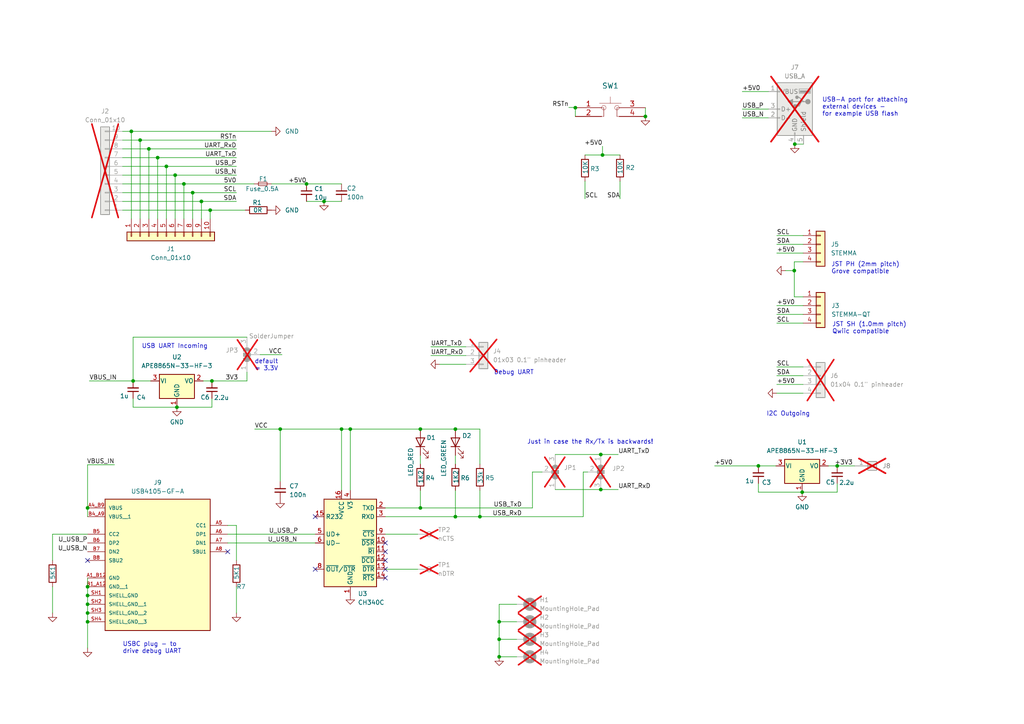
<source format=kicad_sch>
(kicad_sch (version 20231120) (generator "eeschema") (generator_version "8.0")
  (paper "A4")
  (lib_symbols
    (symbol "CM4IO:pushButton-PTS647SM38SMTR2LFS" (pin_names (offset 0.02) hide)
      (property "Reference" "S" (at 0 5.715 0))
      (property "Value" "pushButton-PTS647SM38SMTR2LFS" (at 0.635 -5.715 0))
      (symbol "pushButton-PTS647SM38SMTR2LFS_0_1"
        (circle (center -1.905 0) (radius 0.635) (stroke (width 0.0005)))
        (polyline (pts (xy -3.175 1.27) (xy 3.175 1.27)) (stroke (width 0.0005)))
        (polyline (pts (xy -1.905 -2.54) (xy -2.54 -2.54)) (stroke (width 0.0005)))
        (polyline (pts (xy -1.905 0) (xy -2.54 0)) (stroke (width 0.0005)))
        (polyline (pts (xy 1.905 -2.54) (xy 2.54 -2.54)) (stroke (width 0.0005)))
        (polyline (pts (xy 1.905 0) (xy 2.54 0)) (stroke (width 0.0005)))
        (polyline (pts (xy 0 1.27) (xy 0 3.175) (xy 0 3.175)) (stroke (width 0.0005)))
        (circle (center 1.905 0) (radius 0.635) (stroke (width 0.0005)))
      )
      (symbol "pushButton-PTS647SM38SMTR2LFS_1_1"
        (polyline (pts (xy -1.905 0) (xy -1.905 -2.54)) (stroke (width 0.127)))
        (polyline (pts (xy 1.905 -2.54) (xy 1.905 0)) (stroke (width 0.127)))
        (pin passive line (at -10.16 0 0) (length 7.62) (name "1") (number "1"))
        (pin passive line (at -10.16 -2.54 0) (length 7.62) (name "2") (number "2"))
        (pin passive line (at 10.16 0 180) (length 7.62) (name "3") (number "3"))
        (pin passive line (at 10.16 -2.54 180) (length 7.62) (name "4") (number "4"))
      )
    )
    (symbol "Connector:TestPoint" (pin_numbers hide) (pin_names (offset 0.762) hide)
      (property "Reference" "TP" (at 0 6.858 0))
      (property "Value" "TestPoint" (at 0 5.08 0))
      (symbol "TestPoint_0_1"
        (circle (center 0 3.302) (radius 0.762))
      )
      (symbol "TestPoint_1_1"
        (pin passive line (at 0 0 90) (length 2.54) (name "1") (number "1"))
      )
    )
    (symbol "Connector:USB_A" (pin_names (offset 1.016))
      (property "Reference" "J" (at -5.08 11.43 0))
      (property "Value" "USB_A" (at -5.08 8.89 0))
      (symbol "USB_A_0_1"
        (rectangle (start -5.08 -7.62) (end 5.08 7.62) (stroke (width 0.254)) (fill (type background)))
        (circle (center -3.81 2.159) (radius 0.635) (stroke (width 0.254)) (fill (type outline)))
        (rectangle (start -1.524 4.826) (end -4.318 5.334) (fill (type outline)))
        (rectangle (start -1.27 4.572) (end -4.572 5.842))
        (circle (center -0.635 3.429) (radius 0.381) (stroke (width 0.254)) (fill (type outline)))
        (rectangle (start -0.127 -7.62) (end 0.127 -6.858))
        (polyline (pts (xy -3.175 2.159) (xy -2.54 2.159) (xy -1.27 3.429) (xy -0.635 3.429)) (stroke (width 0.254)))
        (polyline (pts (xy -2.54 2.159) (xy -1.905 2.159) (xy -1.27 0.889) (xy 0 0.889)) (stroke (width 0.254)))
        (polyline (pts (xy 0.635 2.794) (xy 0.635 1.524) (xy 1.905 2.159) (xy 0.635 2.794)) (stroke (width 0.254)) (fill (type outline)))
        (rectangle (start 0.254 1.27) (end -0.508 0.508) (stroke (width 0.254)) (fill (type outline)))
        (rectangle (start 5.08 -2.667) (end 4.318 -2.413))
        (rectangle (start 5.08 -0.127) (end 4.318 0.127))
        (rectangle (start 5.08 4.953) (end 4.318 5.207))
      )
      (symbol "USB_A_1_1"
        (polyline (pts (xy -1.905 2.159) (xy 0.635 2.159)) (stroke (width 0.254)))
        (pin power_in line (at 7.62 5.08 180) (length 2.54) (name "VBUS") (number "1"))
        (pin bidirectional line (at 7.62 -2.54 180) (length 2.54) (name "D-") (number "2"))
        (pin bidirectional line (at 7.62 0 180) (length 2.54) (name "D+") (number "3"))
        (pin power_in line (at 0 -10.16 90) (length 2.54) (name "GND") (number "4"))
        (pin passive line (at -2.54 -10.16 90) (length 2.54) (name "Shield") (number "5"))
      )
    )
    (symbol "Connector_Generic:Conn_01x01" (pin_names (offset 1.016) hide)
      (property "Reference" "J" (at 0 2.54 0))
      (property "Value" "Conn_01x01" (at 0 -2.54 0))
      (symbol "Conn_01x01_1_1"
        (rectangle (start -1.27 0.127) (end 0 -0.127) (stroke (width 0.1524)))
        (rectangle (start -1.27 1.27) (end 1.27 -1.27) (stroke (width 0.254)) (fill (type background)))
        (pin passive line (at -5.08 0 0) (length 3.81) (name "Pin_1") (number "1"))
      )
    )
    (symbol "Connector_Generic:Conn_01x03" (pin_names (offset 1.016) hide)
      (property "Reference" "J" (at 0 5.08 0))
      (property "Value" "Conn_01x03" (at 0 -5.08 0))
      (symbol "Conn_01x03_1_1"
        (rectangle (start -1.27 -2.413) (end 0 -2.667) (stroke (width 0.1524)))
        (rectangle (start -1.27 0.127) (end 0 -0.127) (stroke (width 0.1524)))
        (rectangle (start -1.27 2.667) (end 0 2.413) (stroke (width 0.1524)))
        (rectangle (start -1.27 3.81) (end 1.27 -3.81) (stroke (width 0.254)) (fill (type background)))
        (pin passive line (at -5.08 2.54 0) (length 3.81) (name "Pin_1") (number "1"))
        (pin passive line (at -5.08 0 0) (length 3.81) (name "Pin_2") (number "2"))
        (pin passive line (at -5.08 -2.54 0) (length 3.81) (name "Pin_3") (number "3"))
      )
    )
    (symbol "Connector_Generic:Conn_01x04" (pin_names (offset 1.016) hide)
      (property "Reference" "J" (at 0 5.08 0))
      (property "Value" "Conn_01x04" (at 0 -7.62 0))
      (symbol "Conn_01x04_1_1"
        (rectangle (start -1.27 -4.953) (end 0 -5.207) (stroke (width 0.1524)))
        (rectangle (start -1.27 -2.413) (end 0 -2.667) (stroke (width 0.1524)))
        (rectangle (start -1.27 0.127) (end 0 -0.127) (stroke (width 0.1524)))
        (rectangle (start -1.27 2.667) (end 0 2.413) (stroke (width 0.1524)))
        (rectangle (start -1.27 3.81) (end 1.27 -6.35) (stroke (width 0.254)) (fill (type background)))
        (pin passive line (at -5.08 2.54 0) (length 3.81) (name "Pin_1") (number "1"))
        (pin passive line (at -5.08 0 0) (length 3.81) (name "Pin_2") (number "2"))
        (pin passive line (at -5.08 -2.54 0) (length 3.81) (name "Pin_3") (number "3"))
        (pin passive line (at -5.08 -5.08 0) (length 3.81) (name "Pin_4") (number "4"))
      )
    )
    (symbol "Connector_Generic:Conn_01x10" (pin_names (offset 1.016) hide)
      (property "Reference" "J" (at 0 12.7 0))
      (property "Value" "Conn_01x10" (at 0 -15.24 0))
      (symbol "Conn_01x10_1_1"
        (rectangle (start -1.27 -12.573) (end 0 -12.827) (stroke (width 0.1524)))
        (rectangle (start -1.27 -10.033) (end 0 -10.287) (stroke (width 0.1524)))
        (rectangle (start -1.27 -7.493) (end 0 -7.747) (stroke (width 0.1524)))
        (rectangle (start -1.27 -4.953) (end 0 -5.207) (stroke (width 0.1524)))
        (rectangle (start -1.27 -2.413) (end 0 -2.667) (stroke (width 0.1524)))
        (rectangle (start -1.27 0.127) (end 0 -0.127) (stroke (width 0.1524)))
        (rectangle (start -1.27 2.667) (end 0 2.413) (stroke (width 0.1524)))
        (rectangle (start -1.27 5.207) (end 0 4.953) (stroke (width 0.1524)))
        (rectangle (start -1.27 7.747) (end 0 7.493) (stroke (width 0.1524)))
        (rectangle (start -1.27 10.287) (end 0 10.033) (stroke (width 0.1524)))
        (rectangle (start -1.27 11.43) (end 1.27 -13.97) (stroke (width 0.254)) (fill (type background)))
        (pin passive line (at -5.08 10.16 0) (length 3.81) (name "Pin_1") (number "1"))
        (pin passive line (at -5.08 -12.7 0) (length 3.81) (name "Pin_10") (number "10"))
        (pin passive line (at -5.08 7.62 0) (length 3.81) (name "Pin_2") (number "2"))
        (pin passive line (at -5.08 5.08 0) (length 3.81) (name "Pin_3") (number "3"))
        (pin passive line (at -5.08 2.54 0) (length 3.81) (name "Pin_4") (number "4"))
        (pin passive line (at -5.08 0 0) (length 3.81) (name "Pin_5") (number "5"))
        (pin passive line (at -5.08 -2.54 0) (length 3.81) (name "Pin_6") (number "6"))
        (pin passive line (at -5.08 -5.08 0) (length 3.81) (name "Pin_7") (number "7"))
        (pin passive line (at -5.08 -7.62 0) (length 3.81) (name "Pin_8") (number "8"))
        (pin passive line (at -5.08 -10.16 0) (length 3.81) (name "Pin_9") (number "9"))
      )
    )
    (symbol "Device:C_Small" (pin_numbers hide) (pin_names (offset 0.254) hide)
      (property "Reference" "C" (at 0.254 1.778 0))
      (property "Value" "C_Small" (at 0.254 -2.032 0))
      (symbol "C_Small_0_1"
        (polyline (pts (xy -1.524 -0.508) (xy 1.524 -0.508)) (stroke (width 0.3302)))
        (polyline (pts (xy -1.524 0.508) (xy 1.524 0.508)) (stroke (width 0.3048)))
      )
      (symbol "C_Small_1_1"
        (pin passive line (at 0 2.54 270) (length 2.032) (name "~") (number "1"))
        (pin passive line (at 0 -2.54 90) (length 2.032) (name "~") (number "2"))
      )
    )
    (symbol "Device:Fuse_Small" (pin_numbers hide) (pin_names (offset 0.254) hide)
      (property "Reference" "F" (at 0 -1.524 0))
      (property "Value" "Fuse_Small" (at 0 1.524 0))
      (symbol "Fuse_Small_0_1"
        (rectangle (start -1.27 0.508) (end 1.27 -0.508))
        (polyline (pts (xy -1.27 0) (xy 1.27 0)))
      )
      (symbol "Fuse_Small_1_1"
        (pin passive line (at -2.54 0 0) (length 1.27) (name "~") (number "1"))
        (pin passive line (at 2.54 0 180) (length 1.27) (name "~") (number "2"))
      )
    )
    (symbol "Device:LED" (pin_numbers hide) (pin_names (offset 1.016) hide)
      (property "Reference" "D" (at 0 2.54 0))
      (property "Value" "LED" (at 0 -2.54 0))
      (symbol "LED_0_1"
        (polyline (pts (xy -1.27 -1.27) (xy -1.27 1.27)) (stroke (width 0.254)))
        (polyline (pts (xy -1.27 0) (xy 1.27 0)))
        (polyline (pts (xy 1.27 -1.27) (xy 1.27 1.27) (xy -1.27 0) (xy 1.27 -1.27)) (stroke (width 0.254)))
        (polyline (pts (xy -3.048 -0.762) (xy -4.572 -2.286) (xy -3.81 -2.286) (xy -4.572 -2.286) (xy -4.572 -1.524)))
        (polyline (pts (xy -1.778 -0.762) (xy -3.302 -2.286) (xy -2.54 -2.286) (xy -3.302 -2.286) (xy -3.302 -1.524)))
      )
      (symbol "LED_1_1"
        (pin passive line (at -3.81 0 0) (length 2.54) (name "K") (number "1"))
        (pin passive line (at 3.81 0 180) (length 2.54) (name "A") (number "2"))
      )
    )
    (symbol "Device:R" (pin_numbers hide) (pin_names (offset 0))
      (property "Reference" "R" (at 2.032 0 90))
      (property "Value" "R" (at 0 0 90))
      (symbol "R_0_1"
        (rectangle (start -1.016 -2.54) (end 1.016 2.54) (stroke (width 0.254)))
      )
      (symbol "R_1_1"
        (pin passive line (at 0 3.81 270) (length 1.27) (name "~") (number "1"))
        (pin passive line (at 0 -3.81 90) (length 1.27) (name "~") (number "2"))
      )
    )
    (symbol "Interface_USB:CH340C"
      (property "Reference" "U" (at -5.08 13.97 0))
      (property "Value" "CH340C" (at 1.27 13.97 0))
      (symbol "CH340C_0_1"
        (rectangle (start -7.62 12.7) (end 7.62 -12.7) (stroke (width 0.254)) (fill (type background)))
      )
      (symbol "CH340C_1_1"
        (pin power_in line (at 0 -15.24 90) (length 2.54) (name "GND") (number "1"))
        (pin input line (at 10.16 0 180) (length 2.54) (name "~{DSR}") (number "10"))
        (pin input line (at 10.16 -2.54 180) (length 2.54) (name "~{RI}") (number "11"))
        (pin input line (at 10.16 -5.08 180) (length 2.54) (name "~{DCD}") (number "12"))
        (pin output line (at 10.16 -7.62 180) (length 2.54) (name "~{DTR}") (number "13"))
        (pin output line (at 10.16 -10.16 180) (length 2.54) (name "~{RTS}") (number "14"))
        (pin input line (at -10.16 7.62 0) (length 2.54) (name "R232") (number "15"))
        (pin power_in line (at -2.54 15.24 270) (length 2.54) (name "VCC") (number "16"))
        (pin output line (at 10.16 10.16 180) (length 2.54) (name "TXD") (number "2"))
        (pin input line (at 10.16 7.62 180) (length 2.54) (name "RXD") (number "3"))
        (pin power_out line (at 0 15.24 270) (length 2.54) (name "V3") (number "4"))
        (pin bidirectional line (at -10.16 2.54 0) (length 2.54) (name "UD+") (number "5"))
        (pin bidirectional line (at -10.16 0 0) (length 2.54) (name "UD-") (number "6"))
        (pin no_connect line (at -7.62 -5.08 0) (length 2.54) hide (name "NC") (number "7"))
        (pin output line (at -10.16 -7.62 0) (length 2.54) (name "~{OUT}/~{DTR}") (number "8"))
        (pin input line (at 10.16 2.54 180) (length 2.54) (name "~{CTS}") (number "9"))
      )
    )
    (symbol "Jumper:SolderJumper_3_Bridged12" (pin_names (offset 0) hide)
      (property "Reference" "JP" (at -2.54 -2.54 0))
      (property "Value" "SolderJumper_3_Bridged12" (at 0 2.794 0))
      (symbol "SolderJumper_3_Bridged12_0_1"
        (rectangle (start -1.016 0.508) (end -0.508 -0.508) (fill (type outline)))
        (arc (start -1.016 1.016) (mid -2.0275 0) (end -1.016 -1.016))
        (arc (start -1.016 1.016) (mid -2.0275 0) (end -1.016 -1.016) (fill (type outline)))
        (rectangle (start -0.508 1.016) (end 0.508 -1.016) (fill (type outline)))
        (polyline (pts (xy -2.54 0) (xy -2.032 0)))
        (polyline (pts (xy -1.016 1.016) (xy -1.016 -1.016)))
        (polyline (pts (xy 0 -1.27) (xy 0 -1.016)))
        (polyline (pts (xy 1.016 1.016) (xy 1.016 -1.016)))
        (polyline (pts (xy 2.54 0) (xy 2.032 0)))
        (arc (start 1.016 -1.016) (mid 2.0275 0) (end 1.016 1.016))
        (arc (start 1.016 -1.016) (mid 2.0275 0) (end 1.016 1.016) (fill (type outline)))
      )
      (symbol "SolderJumper_3_Bridged12_1_1"
        (pin passive line (at -5.08 0 0) (length 2.54) (name "A") (number "1"))
        (pin input line (at 0 -3.81 90) (length 2.54) (name "C") (number "2"))
        (pin passive line (at 5.08 0 180) (length 2.54) (name "B") (number "3"))
      )
    )
    (symbol "Mechanical:MountingHole_Pad" (pin_numbers hide) (pin_names (offset 1.016) hide)
      (property "Reference" "H" (at 0 6.35 0))
      (property "Value" "MountingHole_Pad" (at 0 4.445 0))
      (symbol "MountingHole_Pad_0_1"
        (circle (center 0 1.27) (radius 1.27) (stroke (width 1.27)))
      )
      (symbol "MountingHole_Pad_1_1"
        (pin input line (at 0 -2.54 90) (length 2.54) (name "1") (number "1"))
      )
    )
    (symbol "Regulator_Linear:APE8865N-33-HF-3" (pin_names (offset 0.254))
      (property "Reference" "U" (at -3.81 3.175 0))
      (property "Value" "APE8865N-33-HF-3" (at 0 3.175 0))
      (symbol "APE8865N-33-HF-3_0_1"
        (rectangle (start -5.08 1.905) (end 5.08 -5.08) (stroke (width 0.254)) (fill (type background)))
      )
      (symbol "APE8865N-33-HF-3_1_1"
        (pin power_in line (at 0 -7.62 90) (length 2.54) (name "GND") (number "1"))
        (pin power_out line (at 7.62 0 180) (length 2.54) (name "VO") (number "2"))
        (pin power_in line (at -7.62 0 0) (length 2.54) (name "VI") (number "3"))
      )
    )
    (symbol "USB4105-GF-A_1" (pin_names (offset 1.016))
      (property "Reference" "J" (at -15.24 13.97 0))
      (property "Value" "USB4105-GF-A" (at -15.24 -27.94 0))
      (symbol "USB4105-GF-A_1_0_0"
        (rectangle (start -15.24 -25.4) (end 15.24 12.7) (stroke (width 0.254)) (fill (type background)))
        (pin power_in line (at 20.32 -10.16 180) (length 5.08) (name "GND") (number "A1_B12"))
        (pin power_in line (at 20.32 10.16 180) (length 5.08) (name "VBUS") (number "A4_B9"))
        (pin bidirectional line (at -20.32 5.08 0) (length 5.08) (name "CC1") (number "A5"))
        (pin bidirectional line (at -20.32 2.54 0) (length 5.08) (name "DP1") (number "A6"))
        (pin bidirectional line (at -20.32 0 0) (length 5.08) (name "DN1") (number "A7"))
        (pin bidirectional line (at -20.32 -2.54 0) (length 5.08) (name "SBU1") (number "A8"))
        (pin power_in line (at 20.32 -12.7 180) (length 5.08) (name "GND__1") (number "B1_A12"))
        (pin power_in line (at 20.32 7.62 180) (length 5.08) (name "VBUS__1") (number "B4_A9"))
        (pin bidirectional line (at 20.32 2.54 180) (length 5.08) (name "CC2") (number "B5"))
        (pin bidirectional line (at 20.32 0 180) (length 5.08) (name "DP2") (number "B6"))
        (pin bidirectional line (at 20.32 -2.54 180) (length 5.08) (name "DN2") (number "B7"))
        (pin bidirectional line (at 20.32 -5.08 180) (length 5.08) (name "SBU2") (number "B8"))
        (pin power_in line (at 20.32 -15.24 180) (length 5.08) (name "SHELL_GND") (number "SH1"))
        (pin power_in line (at 20.32 -17.78 180) (length 5.08) (name "SHELL_GND__1") (number "SH2"))
        (pin power_in line (at 20.32 -20.32 180) (length 5.08) (name "SHELL_GND__2") (number "SH3"))
        (pin power_in line (at 20.32 -22.86 180) (length 5.08) (name "SHELL_GND__3") (number "SH4"))
      )
    )
    (symbol "power:GND" (power) (pin_names (offset 0))
      (property "Value" "GND" (at 0 -3.81 0))
      (symbol "GND_0_1"
        (polyline (pts (xy 0 0) (xy 0 -1.27) (xy 1.27 -1.27) (xy 0 -2.54) (xy -1.27 -1.27) (xy 0 -1.27)))
      )
      (symbol "GND_1_1"
        (pin power_in line (at 0 0 270) (length 0) hide (name "GND") (number "1"))
      )
    )
  )
  (junction (at 43.18 43.18))
  (junction (at 230.378 78.486))
  (junction (at 55.88 55.88))
  (junction (at 121.92 147.32))
  (junction (at 25.4 170.18))
  (junction (at 25.4 147.32))
  (junction (at 88.9 53.34))
  (junction (at 132.08 124.46))
  (junction (at 60.96 60.96))
  (junction (at 45.72 45.72))
  (junction (at 219.964 135.128))
  (junction (at 50.8 50.8))
  (junction (at 121.92 124.46))
  (junction (at 25.4 177.8))
  (junction (at 174.752 44.958))
  (junction (at 25.4 175.26))
  (junction (at 58.42 58.42))
  (junction (at 166.878 31.242))
  (junction (at 230.5198 41.8006))
  (junction (at 53.34 53.34))
  (junction (at 132.08 149.86))
  (junction (at 81.28 124.46))
  (junction (at 232.664 142.748))
  (junction (at 48.26 48.26))
  (junction (at 40.64 40.64))
  (junction (at 174.244 131.826))
  (junction (at 242.824 135.128))
  (junction (at 38.1 38.1))
  (junction (at 93.98 58.42))
  (junction (at 38.608 110.49))
  (junction (at 144.78 190.5))
  (junction (at 174.244 141.986))
  (junction (at 51.308 118.11))
  (junction (at 25.4 172.72))
  (junction (at 144.78 185.42))
  (junction (at 61.468 110.49))
  (junction (at 99.06 124.46))
  (junction (at 101.6 124.46))
  (junction (at 139.192 149.86))
  (junction (at 144.78 180.34))
  (junction (at 187.198 33.782))
  (junction (at 25.4 180.34))
  (no_connect (at 111.76 162.56))
  (no_connect (at 91.44 165.1))
  (no_connect (at 111.76 167.64))
  (no_connect (at 66.04 160.02))
  (no_connect (at 91.44 149.86))
  (no_connect (at 111.76 165.1))
  (no_connect (at 111.76 157.48))
  (no_connect (at 25.4 162.56))
  (no_connect (at 111.76 160.02))
  (wire (pts (xy 232.918 114.046) (xy 225.298 114.046)))
  (wire (pts (xy 25.4 180.34) (xy 25.4 187.96)))
  (wire (pts (xy 38.608 97.79) (xy 38.608 110.49)))
  (wire (pts (xy 99.06 124.46) (xy 99.06 142.24)))
  (wire (pts (xy 25.4 172.72) (xy 25.4 175.26)))
  (wire (pts (xy 232.918 88.646) (xy 225.298 88.646)))
  (wire (pts (xy 50.8 50.8) (xy 68.58 50.8)))
  (wire (pts (xy 50.8 50.8) (xy 50.8 63.5)))
  (wire (pts (xy 215.2798 31.6406) (xy 222.8998 31.6406)))
  (wire (pts (xy 219.964 140.208) (xy 219.964 142.748)))
  (wire (pts (xy 88.9 53.34) (xy 99.06 53.34)))
  (wire (pts (xy 232.918 73.406) (xy 225.298 73.406)))
  (wire (pts (xy 43.688 110.49) (xy 38.608 110.49)))
  (wire (pts (xy 99.06 124.46) (xy 101.6 124.46)))
  (wire (pts (xy 111.76 149.86) (xy 132.08 149.86)))
  (wire (pts (xy 242.824 140.208) (xy 242.824 142.748)))
  (wire (pts (xy 38.608 115.57) (xy 38.608 118.11)))
  (wire (pts (xy 93.98 58.42) (xy 99.06 58.42)))
  (wire (pts (xy 40.64 40.64) (xy 40.64 63.5)))
  (wire (pts (xy 25.4 147.32) (xy 25.4 149.86)))
  (wire (pts (xy 144.78 180.34) (xy 149.86 180.34)))
  (wire (pts (xy 40.64 40.64) (xy 68.58 40.64)))
  (wire (pts (xy 81.28 124.46) (xy 81.28 139.7)))
  (wire (pts (xy 25.4 134.8025) (xy 33.2025 134.8025)))
  (wire (pts (xy 35.56 38.1) (xy 38.1 38.1)))
  (wire (pts (xy 60.96 60.96) (xy 60.96 63.5)))
  (wire (pts (xy 101.6 124.46) (xy 121.92 124.46)))
  (wire (pts (xy 73.8725 124.46) (xy 81.28 124.46)))
  (wire (pts (xy 81.28 124.46) (xy 99.06 124.46)))
  (wire (pts (xy 144.78 185.42) (xy 144.78 190.5)))
  (wire (pts (xy 232.918 70.866) (xy 225.298 70.866)))
  (wire (pts (xy 230.378 78.486) (xy 227.838 78.486)))
  (wire (pts (xy 25.4 167.64) (xy 25.4 170.18)))
  (wire (pts (xy 232.918 91.186) (xy 225.298 91.186)))
  (wire (pts (xy 25.908 110.49) (xy 38.608 110.49)))
  (wire (pts (xy 232.918 108.966) (xy 225.298 108.966)))
  (wire (pts (xy 187.198 31.242) (xy 187.198 33.782)))
  (wire (pts (xy 68.58 170.18) (xy 68.58 177.8)))
  (wire (pts (xy 161.036 141.986) (xy 174.244 141.986)))
  (wire (pts (xy 48.26 48.26) (xy 48.26 63.5)))
  (wire (pts (xy 174.244 141.986) (xy 179.324 141.986)))
  (wire (pts (xy 35.56 40.64) (xy 40.64 40.64)))
  (wire (pts (xy 15.24 170.18) (xy 15.24 177.8)))
  (wire (pts (xy 35.56 43.18) (xy 43.18 43.18)))
  (wire (pts (xy 242.824 135.128) (xy 247.904 135.128)))
  (wire (pts (xy 232.918 75.946) (xy 230.378 75.946)))
  (wire (pts (xy 215.2798 34.1806) (xy 222.8998 34.1806)))
  (wire (pts (xy 135.128 105.664) (xy 127.508 105.664)))
  (wire (pts (xy 219.964 142.748) (xy 232.664 142.748)))
  (wire (pts (xy 242.824 142.748) (xy 232.664 142.748)))
  (wire (pts (xy 43.18 43.18) (xy 68.58 43.18)))
  (wire (pts (xy 121.92 147.32) (xy 121.92 142.24)))
  (wire (pts (xy 61.468 110.49) (xy 71.628 110.49)))
  (wire (pts (xy 169.672 44.958) (xy 174.752 44.958)))
  (wire (pts (xy 58.928 110.49) (xy 61.468 110.49)))
  (wire (pts (xy 139.192 149.86) (xy 169.164 149.86)))
  (wire (pts (xy 132.08 149.86) (xy 132.08 142.24)))
  (wire (pts (xy 215.2798 26.5606) (xy 222.8998 26.5606)))
  (wire (pts (xy 149.86 175.26) (xy 144.78 175.26)))
  (wire (pts (xy 55.88 55.88) (xy 55.88 63.5)))
  (wire (pts (xy 174.244 131.826) (xy 179.324 131.826)))
  (wire (pts (xy 111.76 154.94) (xy 121.158 154.94)))
  (wire (pts (xy 154.432 136.906) (xy 157.226 136.906)))
  (wire (pts (xy 121.92 124.46) (xy 132.08 124.46)))
  (wire (pts (xy 169.164 149.86) (xy 169.164 136.906)))
  (wire (pts (xy 61.468 115.57) (xy 61.468 118.11)))
  (wire (pts (xy 25.4 134.8025) (xy 25.4 147.32)))
  (wire (pts (xy 66.04 152.4) (xy 68.58 152.4)))
  (wire (pts (xy 66.04 157.48) (xy 91.44 157.48)))
  (wire (pts (xy 53.34 53.34) (xy 53.34 63.5)))
  (wire (pts (xy 48.26 48.26) (xy 68.58 48.26)))
  (wire (pts (xy 35.56 45.72) (xy 45.72 45.72)))
  (wire (pts (xy 166.878 31.1711) (xy 166.878 31.242)))
  (wire (pts (xy 174.752 44.958) (xy 174.752 42.418)))
  (wire (pts (xy 38.1 38.1) (xy 38.1 63.5)))
  (wire (pts (xy 15.24 154.94) (xy 15.24 162.56)))
  (wire (pts (xy 232.918 68.326) (xy 225.298 68.326)))
  (wire (pts (xy 78.74 53.34) (xy 88.9 53.34)))
  (wire (pts (xy 139.192 142.24) (xy 139.192 149.86)))
  (wire (pts (xy 144.78 180.34) (xy 144.78 185.42)))
  (wire (pts (xy 45.72 45.72) (xy 68.58 45.72)))
  (wire (pts (xy 58.42 58.42) (xy 58.42 63.5)))
  (wire (pts (xy 232.918 106.426) (xy 225.298 106.426)))
  (wire (pts (xy 154.432 147.32) (xy 154.432 136.906)))
  (wire (pts (xy 135.128 103.124) (xy 124.968 103.124)))
  (wire (pts (xy 45.72 45.72) (xy 45.72 63.5)))
  (wire (pts (xy 230.378 75.946) (xy 230.378 78.486)))
  (wire (pts (xy 35.56 58.42) (xy 58.42 58.42)))
  (wire (pts (xy 135.128 100.584) (xy 124.968 100.584)))
  (wire (pts (xy 179.832 52.578) (xy 179.832 57.658)))
  (wire (pts (xy 121.92 132.08) (xy 121.92 134.62)))
  (wire (pts (xy 55.88 55.88) (xy 68.58 55.88)))
  (wire (pts (xy 35.56 60.96) (xy 60.96 60.96)))
  (wire (pts (xy 68.58 152.4) (xy 68.58 162.56)))
  (wire (pts (xy 132.08 132.08) (xy 132.08 134.62)))
  (wire (pts (xy 132.08 149.86) (xy 139.192 149.86)))
  (wire (pts (xy 111.76 165.1) (xy 121.158 165.1)))
  (wire (pts (xy 169.164 136.906) (xy 170.434 136.906)))
  (wire (pts (xy 144.78 185.42) (xy 149.86 185.42)))
  (wire (pts (xy 38.608 118.11) (xy 51.308 118.11)))
  (wire (pts (xy 71.628 110.49) (xy 71.628 107.95)))
  (wire (pts (xy 232.918 93.726) (xy 225.298 93.726)))
  (wire (pts (xy 61.468 118.11) (xy 51.308 118.11)))
  (wire (pts (xy 161.036 131.826) (xy 174.244 131.826)))
  (wire (pts (xy 71.628 97.79) (xy 38.608 97.79)))
  (wire (pts (xy 15.24 154.94) (xy 25.4 154.94)))
  (wire (pts (xy 207.264 135.128) (xy 219.964 135.128)))
  (wire (pts (xy 53.34 53.34) (xy 73.66 53.34)))
  (wire (pts (xy 58.42 58.42) (xy 68.58 58.42)))
  (wire (pts (xy 88.9 58.42) (xy 93.98 58.42)))
  (wire (pts (xy 35.56 53.34) (xy 53.34 53.34)))
  (wire (pts (xy 230.378 78.486) (xy 230.378 86.106)))
  (wire (pts (xy 144.78 190.5) (xy 149.86 190.5)))
  (wire (pts (xy 230.5198 41.8006) (xy 233.0598 41.8006)))
  (wire (pts (xy 25.4 170.18) (xy 25.4 172.72)))
  (wire (pts (xy 60.96 60.96) (xy 71.12 60.96)))
  (wire (pts (xy 240.284 135.128) (xy 242.824 135.128)))
  (wire (pts (xy 139.192 124.46) (xy 139.192 134.62)))
  (wire (pts (xy 132.08 124.46) (xy 139.192 124.46)))
  (wire (pts (xy 164.9661 31.1711) (xy 166.878 31.1711)))
  (wire (pts (xy 75.438 102.87) (xy 81.788 102.87)))
  (wire (pts (xy 166.878 31.242) (xy 166.878 33.782)))
  (wire (pts (xy 174.752 44.958) (xy 179.832 44.958)))
  (wire (pts (xy 66.04 154.94) (xy 91.44 154.94)))
  (wire (pts (xy 38.1 38.1) (xy 78.74 38.1)))
  (wire (pts (xy 43.18 43.18) (xy 43.18 63.5)))
  (wire (pts (xy 232.918 111.506) (xy 225.298 111.506)))
  (wire (pts (xy 121.92 147.32) (xy 154.432 147.32)))
  (wire (pts (xy 111.76 147.32) (xy 121.92 147.32)))
  (wire (pts (xy 225.044 135.128) (xy 219.964 135.128)))
  (wire (pts (xy 169.672 57.658) (xy 169.672 52.578)))
  (wire (pts (xy 35.56 55.88) (xy 55.88 55.88)))
  (wire (pts (xy 101.6 124.46) (xy 101.6 142.24)))
  (wire (pts (xy 144.78 175.26) (xy 144.78 180.34)))
  (wire (pts (xy 35.56 48.26) (xy 48.26 48.26)))
  (wire (pts (xy 35.56 50.8) (xy 50.8 50.8)))
  (wire (pts (xy 230.378 86.106) (xy 232.918 86.106)))
  (wire (pts (xy 25.4 177.8) (xy 25.4 180.34)))
  (wire (pts (xy 25.4 175.26) (xy 25.4 177.8)))
  (text "I2C Outgoing" (at 228.6375 120.1094 0) (effects (font (size 1.27 1.27))))
  (text "JST PH (2mm pitch)\nGrove compatible" (at 241.097 77.8169 0) (effects (font (size 1.27 1.27)) (justify left)))
  (text "USB-A port for attaching\nexternal devices -\nfor example USB flash" (at 238.4509 31.0914 0) (effects (font (size 1.27 1.27)) (justify left)))
  (text "Debug UART" (at 149.0555 108.1068 0) (effects (font (size 1.27 1.27))))
  (text "USB UART Incoming" (at 50.6864 100.5082 0) (effects (font (size 1.27 1.27))))
  (text "JST SH (1.0mm pitch)\nQwiic compatible" (at 241.3548 95.219 0) (effects (font (size 1.27 1.27)) (justify left)))
  (text "default\n= 3.3V" (at 77.2795 105.9487 0) (effects (font (size 1.27 1.27))))
  (text "USBC plug - to \ndrive debug UART" (at 35.56 187.96 0) (effects (font (size 1.27 1.27)) (justify left)))
  (text "Just in case the Rx/Tx is backwards!" (at 171.196 128.27 0) (effects (font (size 1.27 1.27))))
  (label "U_USB_N" (at 25.4 160.02 180))
  (label "+5V0" (at 215.2798 26.5606 0))
  (label "UART_RxD" (at 179.324 141.986 0))
  (label "USB_N" (at 68.58 50.8 180))
  (label "USB_P" (at 68.58 48.26 180))
  (label "SDA" (at 225.298 108.966 0))
  (label "U_USB_N" (at 86.2388 157.48 180))
  (label "+5V0" (at 225.298 73.406 0))
  (label "UART_TxD" (at 68.58 45.72 180))
  (label "UART_RxD" (at 68.58 43.18 180))
  (label "UART_TxD" (at 124.968 100.584 0))
  (label "SDA" (at 68.58 58.42 180))
  (label "SCL" (at 169.672 57.658 0))
  (label "RSTn" (at 68.58 40.64 180))
  (label "SCL" (at 225.298 106.426 0))
  (label "U_USB_P" (at 25.4 157.48 180))
  (label "UART_TxD" (at 179.324 131.826 0))
  (label "5V0" (at 68.58 53.34 180))
  (label "SCL" (at 225.298 68.326 0))
  (label "+5V0" (at 207.264 135.128 0))
  (label "3V3" (at 69.088 110.49 180))
  (label "USB_TxD" (at 151.384 147.32 180))
  (label "SCL" (at 68.58 55.88 180))
  (label "+5V0" (at 225.298 88.646 0))
  (label "USB_N" (at 215.2798 34.1806 0))
  (label "VCC" (at 81.788 102.87 180))
  (label "RSTn" (at 164.9661 31.1711 180))
  (label "+3V3" (at 247.3498 135.128 180))
  (label "USB_RxD" (at 151.384 149.86 180))
  (label "VBUS_IN" (at 33.2025 134.8025 180))
  (label "SDA" (at 225.298 91.186 0))
  (label "U_USB_P" (at 86.5172 154.94 180))
  (label "+5V0" (at 174.752 42.418 180))
  (label "VCC" (at 73.8725 124.46 0))
  (label "SCL" (at 225.298 93.726 0))
  (label "VBUS_IN" (at 25.908 110.49 0))
  (label "UART_RxD" (at 124.968 103.124 0))
  (label "SDA" (at 179.832 57.658 180))
  (label "SDA" (at 225.298 70.866 0))
  (label "+5V0" (at 225.298 111.506 0))
  (label "+5V0" (at 88.9 53.34 180))
  (label "USB_P" (at 215.2798 31.6406 0))
  (symbol (lib_id "power:GND") (at 15.24 177.8 0) (mirror y) (unit 1)
    (property "Reference" "#PWR014" (effects (hide yes)))
    (property "Value" "GND" (effects (hide yes)))
    (property "Description" "Power symbol creates a global label with name \"GND\" , ground" (effects (hide yes)))
  )
  (symbol (lib_id "power:GND") (at 187.198 33.782 0) (unit 1)
    (property "Reference" "#PWR02" (effects (hide yes)))
    (property "Value" "GND" (effects (hide yes)))
    (property "Description" "Power symbol creates a global label with name \"GND\" , ground" (effects (hide yes)))
  )
  (symbol (lib_id "Mechanical:MountingHole_Pad") (at 152.4 175.26 270) (unit 1) (dnp yes)
    (property "Reference" "H1" (at 156.4871 173.9899 90) (effects (justify left)))
    (property "Value" "MountingHole_Pad" (at 156.4871 176.5299 90) (effects (justify left)))
    (property "Footprint" "MountingHole:MountingHole_2.5mm_Pad_TopBottom" (effects (hide yes)))
    (property "Description" "Mounting Hole with connection" (effects (hide yes)))
  )
  (symbol (lib_id "power:GND") (at 93.98 58.42 0) (unit 1)
    (property "Reference" "#PWR04" (effects (hide yes)))
    (property "Value" "GND" (effects (hide yes)))
    (property "Description" "Power symbol creates a global label with name \"GND\" , ground" (effects (hide yes)))
  )
  (symbol (lib_id "Device:C_Small") (at 88.9 55.88 0) (unit 1)
    (property "Reference" "C1" (at 91.118 54.7321 0) (effects (justify left)))
    (property "Value" "10u" (at 91.118 57.2721 0) (effects (justify left)))
    (property "Footprint" "Capacitor_SMD:C_0603_1608Metric" (effects (hide yes)))
    (property "Description" "Unpolarized capacitor, small symbol" (effects (hide yes)))
    (property "LCSC Part #" "C19702" (effects (hide yes)))
  )
  (symbol (lib_id "power:GND") (at 68.58 177.8 0) (mirror y) (unit 1)
    (property "Reference" "#PWR015" (effects (hide yes)))
    (property "Value" "GND" (effects (hide yes)))
    (property "Description" "Power symbol creates a global label with name \"GND\" , ground" (effects (hide yes)))
  )
  (symbol (lib_id "Connector_Generic:Conn_01x10") (at 48.26 68.58 90) (mirror x) (unit 1)
    (property "Reference" "J1" (at 49.53 72.1969 90))
    (property "Value" "Conn_01x10" (at 49.53 74.7369 90))
    (property "Footprint" "Connector_JST:JST_GH_SM10B-GHS-TB_1x10-1MP_P1.25mm_Horizontal" (effects (hide yes)))
    (property "Description" "1x10P GH 1 1.25mm male SMD" (effects (hide yes)))
    (property "LCSC Part #" "C2683602" (effects (hide yes)))
    (property "Manuf Partno" "SM10B-GHS-TB" (effects (hide yes)))
    (property "Part Description" "GH 1x10P 1.25mm 10 SMD,P=1.25mm " (effects (hide yes)))
  )
  (symbol (lib_id "Regulator_Linear:APE8865N-33-HF-3") (at 232.664 135.128 0) (unit 1)
    (property "Reference" "U1" (at 232.664 128.1978 0))
    (property "Value" "APE8865N-33-HF-3" (at 232.664 130.7378 0))
    (property "Footprint" "Package_TO_SOT_SMD:SOT-23" (effects (hide yes)))
    (property "Datasheet" "http://www.tme.eu/fr/Document/ced3461ed31ea70a3c416fb648e0cde7/APE8865-3.pdf" (effects (hide yes)))
    (property "Description" "300mA Low Dropout Voltage Regulator, Fixed Output 3.3V, SOT-23" (effects (hide yes)))
    (property "LCSC Part #" "C296288" (effects (hide yes)))
  )
  (symbol (lib_id "Device:C_Small") (at 99.06 55.88 0) (unit 1)
    (property "Reference" "C2" (at 100.6013 54.6162 0) (effects (justify left)))
    (property "Value" "100n" (at 100.6013 57.1562 0) (effects (justify left)))
    (property "Footprint" "Capacitor_SMD:C_0603_1608Metric" (effects (hide yes)))
    (property "Description" "Unpolarized capacitor, small symbol" (effects (hide yes)))
    (property "LCSC Part #" "C14663" (effects (hide yes)))
  )
  (symbol (lib_id "Connector_Generic:Conn_01x10") (at 30.48 50.8 180) (unit 1) (in_bom no) (dnp yes)
    (property "Reference" "J2" (at 30.48 32.258 0))
    (property "Value" "Conn_01x10" (at 30.48 34.798 0))
    (property "Footprint" "Connector_PinHeader_2.00mm:PinHeader_1x10_P2.00mm_Vertical" (effects (hide yes)))
    (property "Description" "Generic connector, single row, 01x10, script generated (kicad-library-utils/schlib/autogen/connector/)" (effects (hide yes)))
  )
  (symbol (lib_id "Connector_Generic:Conn_01x04") (at 237.998 108.966 0) (unit 1) (dnp yes)
    (property "Reference" "J6" (at 240.7579 108.9659 0) (effects (justify left)))
    (property "Value" "01x04 0.1\" pinheader" (at 240.7579 111.5059 0) (effects (justify left)))
    (property "Footprint" "Connector_PinHeader_2.54mm:PinHeader_1x04_P2.54mm_Vertical" (effects (hide yes)))
    (property "Description" "Generic connector, single row, 01x04, script generated (kicad-library-utils/schlib/autogen/connector/)" (effects (hide yes)))
    (property "LCSC Part #" "TH" (effects (hide yes)))
  )
  (symbol (lib_id "Regulator_Linear:APE8865N-33-HF-3") (at 51.308 110.49 0) (unit 1)
    (property "Reference" "U2" (at 51.308 103.5598 0))
    (property "Value" "APE8865N-33-HF-3" (at 51.308 106.0998 0))
    (property "Footprint" "Package_TO_SOT_SMD:SOT-23" (effects (hide yes)))
    (property "Datasheet" "http://www.tme.eu/fr/Document/ced3461ed31ea70a3c416fb648e0cde7/APE8865-3.pdf" (effects (hide yes)))
    (property "Description" "300mA Low Dropout Voltage Regulator, Fixed Output 3.3V, SOT-23" (effects (hide yes)))
    (property "LCSC Part #" "C296288" (effects (hide yes)))
  )
  (symbol (lib_id "Connector_Generic:Conn_01x04") (at 237.998 88.646 0) (unit 1)
    (property "Reference" "J3" (at 241.1117 88.6459 0) (effects (justify left)))
    (property "Value" "STEMMA-QT" (at 241.1117 91.1859 0) (effects (justify left)))
    (property "Footprint" "Connector_JST:JST_SH_SM04B-SRSS-TB_1x04-1MP_P1.00mm_Horizontal" (effects (hide yes)))
    (property "Description" "Generic connector, single row, 01x04, script generated (kicad-library-utils/schlib/autogen/connector/)" (effects (hide yes)))
    (property "LCSC Part #" "C160404" (effects (hide yes)))
  )
  (symbol (lib_id "power:GND") (at 78.74 38.1 90) (unit 1)
    (property "Reference" "#PWR01" (effects (hide yes)))
    (property "Value" "GND" (at 82.6441 38.0999 90) (effects (justify right)))
    (property "Description" "Power symbol creates a global label with name \"GND\" , ground" (effects (hide yes)))
  )
  (symbol (lib_id "Jumper:SolderJumper_3_Bridged12") (at 71.628 102.87 90) (unit 1) (dnp yes)
    (property "Reference" "JP3" (at 69.1021 101.5999 90) (effects (justify left)))
    (property "Value" "SolderJumper" (at 85.2897 97.4742 90) (effects (justify left)))
    (property "Footprint" "Jumper:SolderJumper-3_P1.3mm_Bridged12_RoundedPad1.0x1.5mm_NumberLabels" (effects (hide yes)))
    (property "Description" "3-pole Solder Jumper, pins 1+2 closed/bridged" (effects (hide yes)))
  )
  (symbol (lib_id "Device:C_Small") (at 242.824 137.668 180) (unit 1)
    (property "Reference" "C5" (at 240.8473 139.8744 0))
    (property "Value" "2.2u" (at 245.5807 139.9672 0))
    (property "Footprint" "Capacitor_SMD:C_0603_1608Metric" (effects (hide yes)))
    (property "Description" "Unpolarized capacitor, small symbol" (effects (hide yes)))
    (property "LCSC Part #" "C23630" (effects (hide yes)))
  )
  (symbol (lib_id "power:GND") (at 101.6 172.72 0) (mirror y) (unit 1)
    (property "Reference" "#PWR08" (effects (hide yes)))
    (property "Value" "GND" (effects (hide yes)))
    (property "Description" "Power symbol creates a global label with name \"GND\" , ground" (effects (hide yes)))
  )
  (symbol (lib_id "Device:C_Small") (at 38.608 113.03 180) (unit 1)
    (property "Reference" "C4" (at 40.9611 115.2839 0))
    (property "Value" "1u" (at 36.0607 114.8384 0))
    (property "Footprint" "Capacitor_SMD:C_0603_1608Metric" (effects (hide yes)))
    (property "Description" "Unpolarized capacitor, small symbol" (effects (hide yes)))
    (property "LCSC Part #" "C15849" (effects (hide yes)))
  )
  (symbol (lib_id "Device:C_Small") (at 219.964 137.668 180) (unit 1)
    (property "Reference" "C3" (at 222.3171 139.9219 0))
    (property "Value" "1u" (at 217.4167 139.4764 0))
    (property "Footprint" "Capacitor_SMD:C_0603_1608Metric" (effects (hide yes)))
    (property "Description" "Unpolarized capacitor, small symbol" (effects (hide yes)))
    (property "LCSC Part #" "C15849" (effects (hide yes)))
  )
  (symbol (lib_id "CM4IO:pushButton-PTS647SM38SMTR2LFS") (at 177.038 31.242 0) (unit 1)
    (property "Reference" "SW1" (at 177.038 24.892 0) (effects (font (size 1.524 1.524))))
    (property "Value" "pushButton-PTS647SM38SMTR2LFS" (effects (hide yes)))
    (property "Footprint" "CM4IO:pushButton-PTS647SM38SMTR2LFS" (effects (hide yes)))
    (property "Datasheet" "https://www.ckswitches.com/products/switches/product-details/Tactile/PTS647/PTS647SM38SMTR2LFS/" (effects (hide yes)))
    (property "Part Description" "Tact Sw SPST-NO Top Actuated SMT 4.5mmX4.5mm" (effects (hide yes)))
    (property "LCSC Part #" "C2689502" (effects (hide yes)))
  )
  (symbol (lib_id "Jumper:SolderJumper_3_Bridged12") (at 161.036 136.906 270) (mirror x) (unit 1) (dnp yes)
    (property "Reference" "JP1" (at 163.5619 135.6359 90) (effects (justify left)))
    (property "Value" "SolderJumper" (effects (hide yes)))
    (property "Footprint" "Jumper:SolderJumper-3_P1.3mm_Bridged12_RoundedPad1.0x1.5mm_NumberLabels" (effects (hide yes)))
    (property "Description" "3-pole Solder Jumper, pins 1+2 closed/bridged" (effects (hide yes)))
  )
  (symbol (lib_id "power:GND") (at 25.4 187.96 0) (mirror y) (unit 1)
    (property "Reference" "#PWR03" (effects (hide yes)))
    (property "Value" "GND" (effects (hide yes)))
    (property "Description" "Power symbol creates a global label with name \"GND\" , ground" (effects (hide yes)))
  )
  (symbol (lib_name "USB4105-GF-A_1") (lib_id "USB4105:USB4105-GF-A") (at 45.72 157.48 0) (mirror y) (unit 1)
    (property "Reference" "J9" (at 45.72 139.9609 0))
    (property "Value" "USB4105-GF-A" (at 45.72 142.5009 0))
    (property "Footprint" "CM4IO:GCT_USB4105-GF-A" (effects (hide yes)))
    (property "PARTREV" "B3" (effects (hide yes)))
    (property "MANUFACTURER" "Global Connector Technology" (effects (hide yes)))
    (property "MAXIMUM_PACKAGE_HEIGHT" "3.31mm" (effects (hide yes)))
    (property "STANDARD" "Manufacturer Recommendations" (effects (hide yes)))
    (property "LCSC Part #" "C5184243" (effects (hide yes)))
  )
  (symbol (lib_id "Device:R") (at 179.832 48.768 0) (unit 1)
    (property "Reference" "R2" (at 181.4412 48.6444 0) (effects (justify left)))
    (property "Value" "10K" (at 179.862 50.4869 90) (effects (justify left)))
    (property "Footprint" "Resistor_SMD:R_0603_1608Metric" (effects (hide yes)))
    (property "Description" "Resistor" (effects (hide yes)))
    (property "LCSC Part #" "C25804" (effects (hide yes)))
  )
  (symbol (lib_id "power:GND") (at 51.308 118.11 0) (unit 1)
    (property "Reference" "#PWR016" (effects (hide yes)))
    (property "Value" "GND" (at 51.308 122.4099 0))
    (property "Description" "Power symbol creates a global label with name \"GND\" , ground" (effects (hide yes)))
  )
  (symbol (lib_id "Device:R") (at 15.24 166.37 0) (unit 1)
    (property "Reference" "R8" (effects (hide yes)))
    (property "Value" "5K1" (at 15.27 168.0889 90) (effects (justify left)))
    (property "Footprint" "Resistor_SMD:R_0603_1608Metric" (effects (hide yes)))
    (property "Description" "Resistor" (effects (hide yes)))
    (property "LCSC Part #" "C23186" (effects (hide yes)))
  )
  (symbol (lib_id "Device:R") (at 139.192 138.43 0) (unit 1)
    (property "Reference" "R5" (at 140.6961 138.6354 0) (effects (justify left)))
    (property "Value" "33k" (at 139.3442 140.2477 90) (effects (justify left)))
    (property "Footprint" "Resistor_SMD:R_0603_1608Metric" (effects (hide yes)))
    (property "Description" "Resistor" (effects (hide yes)))
    (property "LCSC Part #" "C4216" (effects (hide yes)))
  )
  (symbol (lib_id "power:GND") (at 230.5198 41.8006 0) (mirror y) (unit 1)
    (property "Reference" "#PWR013" (effects (hide yes)))
    (property "Value" "GND" (effects (hide yes)))
    (property "Description" "Power symbol creates a global label with name \"GND\" , ground" (effects (hide yes)))
  )
  (symbol (lib_id "Connector:TestPoint") (at 121.158 165.1 270) (unit 1) (in_bom no) (dnp yes)
    (property "Reference" "TP1" (at 127 163.8299 90) (effects (justify left)))
    (property "Value" "nDTR" (at 127 166.3699 90) (effects (justify left)))
    (property "Footprint" "TestPoint:TestPoint_Pad_1.0x1.0mm" (effects (hide yes)))
    (property "Description" "test point" (effects (hide yes)))
  )
  (symbol (lib_id "Device:C_Small") (at 61.468 113.03 180) (unit 1)
    (property "Reference" "C6" (at 59.4913 115.2364 0))
    (property "Value" "2.2u" (at 64.2247 115.3292 0))
    (property "Footprint" "Capacitor_SMD:C_0603_1608Metric" (effects (hide yes)))
    (property "Description" "Unpolarized capacitor, small symbol" (effects (hide yes)))
    (property "LCSC Part #" "C23630" (effects (hide yes)))
  )
  (symbol (lib_id "Device:R") (at 132.08 138.43 0) (unit 1)
    (property "Reference" "R6" (at 133.5841 138.6354 0) (effects (justify left)))
    (property "Value" "1K2" (at 132.2322 140.2477 90) (effects (justify left)))
    (property "Footprint" "Resistor_SMD:R_0603_1608Metric" (effects (hide yes)))
    (property "Description" "Resistor" (effects (hide yes)))
    (property "LCSC Part #" "C22765" (effects (hide yes)))
  )
  (symbol (lib_id "Connector:USB_A") (at 230.5198 31.6406 0) (mirror y) (unit 1) (dnp yes)
    (property "Reference" "J7" (at 230.5198 19.5369 0))
    (property "Value" "USB_A" (at 230.5198 22.0769 0))
    (property "Footprint" "Connector_USB:USB_A_Wuerth_614004134726_Horizontal" (effects (hide yes)))
    (property "Description" "USB Type A connector" (effects (hide yes)))
    (property "LCSC Part #" "TH" (effects (hide yes)))
  )
  (symbol (lib_id "power:GND") (at 127.508 105.664 270) (mirror x) (unit 1)
    (property "Reference" "#PWR011" (effects (hide yes)))
    (property "Value" "GND" (effects (hide yes)))
    (property "Description" "Power symbol creates a global label with name \"GND\" , ground" (effects (hide yes)))
  )
  (symbol (lib_id "Mechanical:MountingHole_Pad") (at 152.4 185.42 270) (unit 1) (dnp yes)
    (property "Reference" "H3" (at 156.4871 184.1499 90) (effects (justify left)))
    (property "Value" "MountingHole_Pad" (at 156.4871 186.6899 90) (effects (justify left)))
    (property "Footprint" "MountingHole:MountingHole_2.5mm_Pad_TopBottom" (effects (hide yes)))
    (property "Description" "Mounting Hole with connection" (effects (hide yes)))
  )
  (symbol (lib_id "Connector:TestPoint") (at 121.158 154.94 270) (unit 1) (in_bom no) (dnp yes)
    (property "Reference" "TP2" (at 127 153.6699 90) (effects (justify left)))
    (property "Value" "nCTS" (at 127 156.2099 90) (effects (justify left)))
    (property "Footprint" "TestPoint:TestPoint_Pad_1.0x1.0mm" (effects (hide yes)))
    (property "Description" "test point" (effects (hide yes)))
  )
  (symbol (lib_id "Device:R") (at 74.93 60.96 270) (unit 1)
    (property "Reference" "R1" (at 74.5763 58.7432 90))
    (property "Value" "0R" (at 74.7591 60.9366 90))
    (property "Footprint" "Resistor_SMD:R_0603_1608Metric_Pad0.98x0.95mm_HandSolder" (effects (hide yes)))
    (property "Description" "Resistor" (effects (hide yes)))
    (property "LCSC Part #" "C21189" (effects (hide yes)))
  )
  (symbol (lib_id "power:GND") (at 232.664 142.748 0) (unit 1)
    (property "Reference" "#PWR017" (effects (hide yes)))
    (property "Value" "GND" (at 232.664 147.0479 0))
    (property "Description" "Power symbol creates a global label with name \"GND\" , ground" (effects (hide yes)))
  )
  (symbol (lib_id "power:GND") (at 81.28 144.78 0) (mirror y) (unit 1)
    (property "Reference" "#PWR010" (effects (hide yes)))
    (property "Value" "GND" (effects (hide yes)))
    (property "Description" "Power symbol creates a global label with name \"GND\" , ground" (effects (hide yes)))
  )
  (symbol (lib_id "Connector_Generic:Conn_01x04") (at 237.998 70.866 0) (unit 1)
    (property "Reference" "J5" (at 240.9655 70.8659 0) (effects (justify left)))
    (property "Value" "STEMMA" (at 240.9655 73.4059 0) (effects (justify left)))
    (property "Footprint" "Connector_JST:JST_PH_S4B-PH-SM4-TB_1x04-1MP_P2.00mm_Horizontal" (effects (hide yes)))
    (property "Description" "Generic connector, single row, 01x04, script generated (kicad-library-utils/schlib/autogen/connector/)" (effects (hide yes)))
    (property "LCSC Part #" "C265102" (effects (hide yes)))
  )
  (symbol (lib_id "Device:LED") (at 132.08 128.27 90) (unit 1)
    (property "Reference" "D2" (at 134.0491 126.3831 90) (effects (justify right)))
    (property "Value" "LED_GREEN" (at 128.7031 127.4969 0) (effects (justify right)))
    (property "Footprint" "LED_SMD:LED_0603_1608Metric" (effects (hide yes)))
    (property "Description" "Light emitting diode" (effects (hide yes)))
    (property "LCSC Part #" "C72038" (effects (hide yes)))
  )
  (symbol (lib_id "Mechanical:MountingHole_Pad") (at 152.4 190.5 270) (unit 1) (dnp yes)
    (property "Reference" "H4" (at 156.4871 189.2299 90) (effects (justify left)))
    (property "Value" "MountingHole_Pad" (at 156.4871 191.7699 90) (effects (justify left)))
    (property "Footprint" "MountingHole:MountingHole_2.5mm_Pad_TopBottom" (effects (hide yes)))
    (property "Description" "Mounting Hole with connection" (effects (hide yes)))
  )
  (symbol (lib_id "Device:C_Small") (at 81.28 142.24 0) (unit 1)
    (property "Reference" "C7" (at 83.9105 140.9762 0) (effects (justify left)))
    (property "Value" "100n" (at 83.9105 143.5162 0) (effects (justify left)))
    (property "Footprint" "Capacitor_SMD:C_0603_1608Metric" (effects (hide yes)))
    (property "Description" "Unpolarized capacitor, small symbol" (effects (hide yes)))
    (property "LCSC Part #" "C14663" (effects (hide yes)))
  )
  (symbol (lib_id "power:GND") (at 78.74 60.96 90) (unit 1)
    (property "Reference" "#PWR06" (effects (hide yes)))
    (property "Value" "GND" (at 82.6441 60.9599 90) (effects (justify right)))
    (property "Description" "Power symbol creates a global label with name \"GND\" , ground" (effects (hide yes)))
  )
  (symbol (lib_id "Device:R") (at 121.92 138.43 0) (unit 1)
    (property "Reference" "R4" (at 123.4241 138.6354 0) (effects (justify left)))
    (property "Value" "1K2" (at 122.0722 140.2477 90) (effects (justify left)))
    (property "Footprint" "Resistor_SMD:R_0603_1608Metric" (effects (hide yes)))
    (property "Description" "Resistor" (effects (hide yes)))
    (property "LCSC Part #" "C22765" (effects (hide yes)))
  )
  (symbol (lib_id "Connector_Generic:Conn_01x03") (at 140.208 103.124 0) (unit 1) (dnp yes)
    (property "Reference" "J4" (at 142.9679 101.8539 0) (effects (justify left)))
    (property "Value" "01x03 0.1\" pinheader" (at 142.9679 104.3939 0) (effects (justify left)))
    (property "Footprint" "Connector_PinHeader_2.54mm:PinHeader_1x03_P2.54mm_Vertical" (effects (hide yes)))
    (property "Description" "Generic connector, single row, 01x03, script generated (kicad-library-utils/schlib/autogen/connector/)" (effects (hide yes)))
    (property "LCSC Part #" "TH" (effects (hide yes)))
  )
  (symbol (lib_id "power:GND") (at 225.298 114.046 270) (mirror x) (unit 1)
    (property "Reference" "#PWR012" (effects (hide yes)))
    (property "Value" "GND" (effects (hide yes)))
    (property "Description" "Power symbol creates a global label with name \"GND\" , ground" (effects (hide yes)))
  )
  (symbol (lib_id "Connector_Generic:Conn_01x01") (at 252.984 135.128 0) (unit 1) (dnp yes)
    (property "Reference" "J8" (at 255.9547 135.1279 0) (effects (justify left)))
    (property "Value" "Conn_01x01" (effects (hide yes)))
    (property "Footprint" "Connector_PinHeader_2.54mm:PinHeader_1x01_P2.54mm_Vertical" (effects (hide yes)))
    (property "Description" "Generic connector, single row, 01x01, script generated (kicad-library-utils/schlib/autogen/connector/)" (effects (hide yes)))
    (property "LCSC Part #" "TH" (effects (hide yes)))
  )
  (symbol (lib_id "Device:R") (at 68.58 166.37 0) (unit 1)
    (property "Reference" "R7" (at 68.58 170.18 0) (effects (justify left)))
    (property "Value" "5K1" (at 68.61 168.0889 90) (effects (justify left)))
    (property "Footprint" "Resistor_SMD:R_0603_1608Metric" (effects (hide yes)))
    (property "Description" "Resistor" (effects (hide yes)))
    (property "LCSC Part #" "C23186" (effects (hide yes)))
  )
  (symbol (lib_id "power:GND") (at 144.78 190.5 0) (mirror y) (unit 1)
    (property "Reference" "#PWR05" (effects (hide yes)))
    (property "Value" "GND" (effects (hide yes)))
    (property "Description" "Power symbol creates a global label with name \"GND\" , ground" (effects (hide yes)))
  )
  (symbol (lib_id "Mechanical:MountingHole_Pad") (at 152.4 180.34 270) (unit 1) (dnp yes)
    (property "Reference" "H2" (at 156.4871 179.0699 90) (effects (justify left)))
    (property "Value" "MountingHole_Pad" (at 156.4871 181.6099 90) (effects (justify left)))
    (property "Footprint" "MountingHole:MountingHole_2.5mm_Pad_TopBottom" (effects (hide yes)))
    (property "Description" "Mounting Hole with connection" (effects (hide yes)))
  )
  (symbol (lib_id "Device:LED") (at 121.92 128.27 90) (unit 1)
    (property "Reference" "D1" (at 123.6913 126.94 90) (effects (justify right)))
    (property "Value" "LED_RED" (at 119.125 129.8357 0) (effects (justify right)))
    (property "Footprint" "LED_SMD:LED_0603_1608Metric" (effects (hide yes)))
    (property "Description" "Light emitting diode" (effects (hide yes)))
    (property "LCSC Part #" "C2286" (effects (hide yes)))
  )
  (symbol (lib_id "power:GND") (at 227.838 78.486 270) (mirror x) (unit 1)
    (property "Reference" "#PWR07" (effects (hide yes)))
    (property "Value" "GND" (effects (hide yes)))
    (property "Description" "Power symbol creates a global label with name \"GND\" , ground" (effects (hide yes)))
  )
  (symbol (lib_id "Interface_USB:CH340C") (at 101.6 157.48 0) (unit 1)
    (property "Reference" "U3" (at 103.7941 172.1934 0) (effects (justify left)))
    (property "Value" "CH340C" (at 103.7941 174.7334 0) (effects (justify left)))
    (property "Footprint" "Package_SO:SOIC-16_3.9x9.9mm_P1.27mm" (effects (hide yes)))
    (property "Datasheet" "https://datasheet.lcsc.com/szlcsc/Jiangsu-Qin-Heng-CH340C_C84681.pdf" (effects (hide yes)))
    (property "Description" "USB serial converter, UART, SOIC-16" (effects (hide yes)))
    (property "LCSC Part #" "C7464026" (effects (hide yes)))
  )
  (symbol (lib_id "Device:Fuse_Small") (at 76.2 53.34 0) (mirror y) (unit 1)
    (property "Reference" "F1" (at 76.3331 51.9117 0))
    (property "Value" "Fuse_0.5A" (at 76.0284 54.7677 0))
    (property "Footprint" "Resistor_SMD:R_0603_1608Metric_Pad0.98x0.95mm_HandSolder" (effects (hide yes)))
    (property "Description" "Fuse, small symbol" (effects (hide yes)))
    (property "LCSC Part #" "C2960491" (effects (hide yes)))
  )
  (symbol (lib_id "Device:R") (at 169.672 48.768 0) (unit 1)
    (property "Reference" "R3" (at 171.1761 48.9734 0) (effects (justify left)))
    (property "Value" "10K" (at 169.7942 50.4869 90) (effects (justify left)))
    (property "Footprint" "Resistor_SMD:R_0603_1608Metric" (effects (hide yes)))
    (property "Description" "Resistor" (effects (hide yes)))
    (property "LCSC Part #" "C25804" (effects (hide yes)))
  )
  (symbol (lib_id "Jumper:SolderJumper_3_Bridged12") (at 174.244 136.906 270) (unit 1) (dnp yes)
    (property "Reference" "JP2" (at 177.546 135.89 90) (effects (justify left)))
    (property "Value" "SolderJumper" (effects (hide yes)))
    (property "Footprint" "Jumper:SolderJumper-3_P1.3mm_Bridged12_RoundedPad1.0x1.5mm_NumberLabels" (effects (hide yes)))
    (property "Description" "3-pole Solder Jumper, pins 1+2 closed/bridged" (effects (hide yes)))
  )
)
</source>
